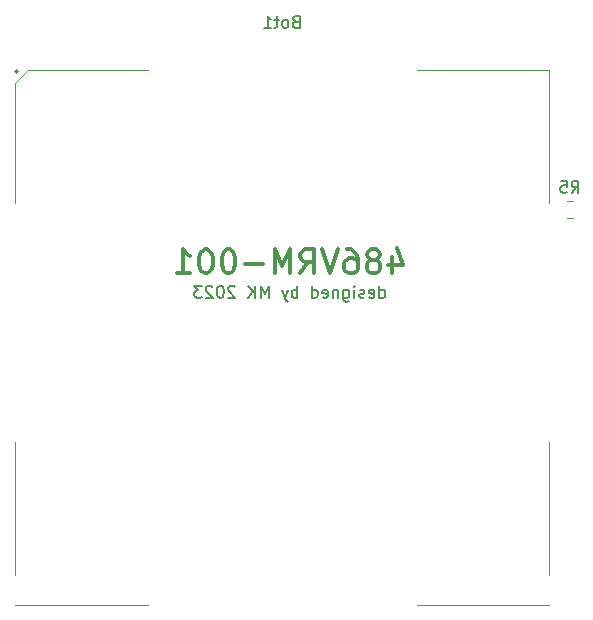
<source format=gbr>
G04 #@! TF.GenerationSoftware,KiCad,Pcbnew,(5.1.5)-3*
G04 #@! TF.CreationDate,2023-10-15T16:11:26+02:00*
G04 #@! TF.ProjectId,486VRM,34383656-524d-42e6-9b69-6361645f7063,rev?*
G04 #@! TF.SameCoordinates,Original*
G04 #@! TF.FileFunction,Legend,Bot*
G04 #@! TF.FilePolarity,Positive*
%FSLAX46Y46*%
G04 Gerber Fmt 4.6, Leading zero omitted, Abs format (unit mm)*
G04 Created by KiCad (PCBNEW (5.1.5)-3) date 2023-10-15 16:11:26*
%MOMM*%
%LPD*%
G04 APERTURE LIST*
%ADD10C,0.150000*%
%ADD11C,0.300000*%
%ADD12C,0.200000*%
%ADD13C,0.120000*%
G04 APERTURE END LIST*
D10*
X187595238Y-106642380D02*
X187595238Y-105642380D01*
X187595238Y-106594761D02*
X187690476Y-106642380D01*
X187880952Y-106642380D01*
X187976190Y-106594761D01*
X188023809Y-106547142D01*
X188071428Y-106451904D01*
X188071428Y-106166190D01*
X188023809Y-106070952D01*
X187976190Y-106023333D01*
X187880952Y-105975714D01*
X187690476Y-105975714D01*
X187595238Y-106023333D01*
X186738095Y-106594761D02*
X186833333Y-106642380D01*
X187023809Y-106642380D01*
X187119047Y-106594761D01*
X187166666Y-106499523D01*
X187166666Y-106118571D01*
X187119047Y-106023333D01*
X187023809Y-105975714D01*
X186833333Y-105975714D01*
X186738095Y-106023333D01*
X186690476Y-106118571D01*
X186690476Y-106213809D01*
X187166666Y-106309047D01*
X186309523Y-106594761D02*
X186214285Y-106642380D01*
X186023809Y-106642380D01*
X185928571Y-106594761D01*
X185880952Y-106499523D01*
X185880952Y-106451904D01*
X185928571Y-106356666D01*
X186023809Y-106309047D01*
X186166666Y-106309047D01*
X186261904Y-106261428D01*
X186309523Y-106166190D01*
X186309523Y-106118571D01*
X186261904Y-106023333D01*
X186166666Y-105975714D01*
X186023809Y-105975714D01*
X185928571Y-106023333D01*
X185452380Y-106642380D02*
X185452380Y-105975714D01*
X185452380Y-105642380D02*
X185500000Y-105690000D01*
X185452380Y-105737619D01*
X185404761Y-105690000D01*
X185452380Y-105642380D01*
X185452380Y-105737619D01*
X184547619Y-105975714D02*
X184547619Y-106785238D01*
X184595238Y-106880476D01*
X184642857Y-106928095D01*
X184738095Y-106975714D01*
X184880952Y-106975714D01*
X184976190Y-106928095D01*
X184547619Y-106594761D02*
X184642857Y-106642380D01*
X184833333Y-106642380D01*
X184928571Y-106594761D01*
X184976190Y-106547142D01*
X185023809Y-106451904D01*
X185023809Y-106166190D01*
X184976190Y-106070952D01*
X184928571Y-106023333D01*
X184833333Y-105975714D01*
X184642857Y-105975714D01*
X184547619Y-106023333D01*
X184071428Y-105975714D02*
X184071428Y-106642380D01*
X184071428Y-106070952D02*
X184023809Y-106023333D01*
X183928571Y-105975714D01*
X183785714Y-105975714D01*
X183690476Y-106023333D01*
X183642857Y-106118571D01*
X183642857Y-106642380D01*
X182785714Y-106594761D02*
X182880952Y-106642380D01*
X183071428Y-106642380D01*
X183166666Y-106594761D01*
X183214285Y-106499523D01*
X183214285Y-106118571D01*
X183166666Y-106023333D01*
X183071428Y-105975714D01*
X182880952Y-105975714D01*
X182785714Y-106023333D01*
X182738095Y-106118571D01*
X182738095Y-106213809D01*
X183214285Y-106309047D01*
X181880952Y-106642380D02*
X181880952Y-105642380D01*
X181880952Y-106594761D02*
X181976190Y-106642380D01*
X182166666Y-106642380D01*
X182261904Y-106594761D01*
X182309523Y-106547142D01*
X182357142Y-106451904D01*
X182357142Y-106166190D01*
X182309523Y-106070952D01*
X182261904Y-106023333D01*
X182166666Y-105975714D01*
X181976190Y-105975714D01*
X181880952Y-106023333D01*
X180642857Y-106642380D02*
X180642857Y-105642380D01*
X180642857Y-106023333D02*
X180547619Y-105975714D01*
X180357142Y-105975714D01*
X180261904Y-106023333D01*
X180214285Y-106070952D01*
X180166666Y-106166190D01*
X180166666Y-106451904D01*
X180214285Y-106547142D01*
X180261904Y-106594761D01*
X180357142Y-106642380D01*
X180547619Y-106642380D01*
X180642857Y-106594761D01*
X179833333Y-105975714D02*
X179595238Y-106642380D01*
X179357142Y-105975714D02*
X179595238Y-106642380D01*
X179690476Y-106880476D01*
X179738095Y-106928095D01*
X179833333Y-106975714D01*
X178214285Y-106642380D02*
X178214285Y-105642380D01*
X177880952Y-106356666D01*
X177547619Y-105642380D01*
X177547619Y-106642380D01*
X177071428Y-106642380D02*
X177071428Y-105642380D01*
X176500000Y-106642380D02*
X176928571Y-106070952D01*
X176500000Y-105642380D02*
X177071428Y-106213809D01*
X175357142Y-105737619D02*
X175309523Y-105690000D01*
X175214285Y-105642380D01*
X174976190Y-105642380D01*
X174880952Y-105690000D01*
X174833333Y-105737619D01*
X174785714Y-105832857D01*
X174785714Y-105928095D01*
X174833333Y-106070952D01*
X175404761Y-106642380D01*
X174785714Y-106642380D01*
X174166666Y-105642380D02*
X174071428Y-105642380D01*
X173976190Y-105690000D01*
X173928571Y-105737619D01*
X173880952Y-105832857D01*
X173833333Y-106023333D01*
X173833333Y-106261428D01*
X173880952Y-106451904D01*
X173928571Y-106547142D01*
X173976190Y-106594761D01*
X174071428Y-106642380D01*
X174166666Y-106642380D01*
X174261904Y-106594761D01*
X174309523Y-106547142D01*
X174357142Y-106451904D01*
X174404761Y-106261428D01*
X174404761Y-106023333D01*
X174357142Y-105832857D01*
X174309523Y-105737619D01*
X174261904Y-105690000D01*
X174166666Y-105642380D01*
X173452380Y-105737619D02*
X173404761Y-105690000D01*
X173309523Y-105642380D01*
X173071428Y-105642380D01*
X172976190Y-105690000D01*
X172928571Y-105737619D01*
X172880952Y-105832857D01*
X172880952Y-105928095D01*
X172928571Y-106070952D01*
X173500000Y-106642380D01*
X172880952Y-106642380D01*
X172547619Y-105642380D02*
X171928571Y-105642380D01*
X172261904Y-106023333D01*
X172119047Y-106023333D01*
X172023809Y-106070952D01*
X171976190Y-106118571D01*
X171928571Y-106213809D01*
X171928571Y-106451904D01*
X171976190Y-106547142D01*
X172023809Y-106594761D01*
X172119047Y-106642380D01*
X172404761Y-106642380D01*
X172500000Y-106594761D01*
X172547619Y-106547142D01*
D11*
X188619047Y-103221428D02*
X188619047Y-104554761D01*
X189095238Y-102459523D02*
X189571428Y-103888095D01*
X188333333Y-103888095D01*
X187285714Y-103411904D02*
X187476190Y-103316666D01*
X187571428Y-103221428D01*
X187666666Y-103030952D01*
X187666666Y-102935714D01*
X187571428Y-102745238D01*
X187476190Y-102650000D01*
X187285714Y-102554761D01*
X186904761Y-102554761D01*
X186714285Y-102650000D01*
X186619047Y-102745238D01*
X186523809Y-102935714D01*
X186523809Y-103030952D01*
X186619047Y-103221428D01*
X186714285Y-103316666D01*
X186904761Y-103411904D01*
X187285714Y-103411904D01*
X187476190Y-103507142D01*
X187571428Y-103602380D01*
X187666666Y-103792857D01*
X187666666Y-104173809D01*
X187571428Y-104364285D01*
X187476190Y-104459523D01*
X187285714Y-104554761D01*
X186904761Y-104554761D01*
X186714285Y-104459523D01*
X186619047Y-104364285D01*
X186523809Y-104173809D01*
X186523809Y-103792857D01*
X186619047Y-103602380D01*
X186714285Y-103507142D01*
X186904761Y-103411904D01*
X184809523Y-102554761D02*
X185190476Y-102554761D01*
X185380952Y-102650000D01*
X185476190Y-102745238D01*
X185666666Y-103030952D01*
X185761904Y-103411904D01*
X185761904Y-104173809D01*
X185666666Y-104364285D01*
X185571428Y-104459523D01*
X185380952Y-104554761D01*
X185000000Y-104554761D01*
X184809523Y-104459523D01*
X184714285Y-104364285D01*
X184619047Y-104173809D01*
X184619047Y-103697619D01*
X184714285Y-103507142D01*
X184809523Y-103411904D01*
X185000000Y-103316666D01*
X185380952Y-103316666D01*
X185571428Y-103411904D01*
X185666666Y-103507142D01*
X185761904Y-103697619D01*
X184047619Y-102554761D02*
X183380952Y-104554761D01*
X182714285Y-102554761D01*
X180904761Y-104554761D02*
X181571428Y-103602380D01*
X182047619Y-104554761D02*
X182047619Y-102554761D01*
X181285714Y-102554761D01*
X181095238Y-102650000D01*
X181000000Y-102745238D01*
X180904761Y-102935714D01*
X180904761Y-103221428D01*
X181000000Y-103411904D01*
X181095238Y-103507142D01*
X181285714Y-103602380D01*
X182047619Y-103602380D01*
X180047619Y-104554761D02*
X180047619Y-102554761D01*
X179380952Y-103983333D01*
X178714285Y-102554761D01*
X178714285Y-104554761D01*
X177761904Y-103792857D02*
X176238095Y-103792857D01*
X174904761Y-102554761D02*
X174714285Y-102554761D01*
X174523809Y-102650000D01*
X174428571Y-102745238D01*
X174333333Y-102935714D01*
X174238095Y-103316666D01*
X174238095Y-103792857D01*
X174333333Y-104173809D01*
X174428571Y-104364285D01*
X174523809Y-104459523D01*
X174714285Y-104554761D01*
X174904761Y-104554761D01*
X175095238Y-104459523D01*
X175190476Y-104364285D01*
X175285714Y-104173809D01*
X175380952Y-103792857D01*
X175380952Y-103316666D01*
X175285714Y-102935714D01*
X175190476Y-102745238D01*
X175095238Y-102650000D01*
X174904761Y-102554761D01*
X173000000Y-102554761D02*
X172809523Y-102554761D01*
X172619047Y-102650000D01*
X172523809Y-102745238D01*
X172428571Y-102935714D01*
X172333333Y-103316666D01*
X172333333Y-103792857D01*
X172428571Y-104173809D01*
X172523809Y-104364285D01*
X172619047Y-104459523D01*
X172809523Y-104554761D01*
X173000000Y-104554761D01*
X173190476Y-104459523D01*
X173285714Y-104364285D01*
X173380952Y-104173809D01*
X173476190Y-103792857D01*
X173476190Y-103316666D01*
X173380952Y-102935714D01*
X173285714Y-102745238D01*
X173190476Y-102650000D01*
X173000000Y-102554761D01*
X170428571Y-104554761D02*
X171571428Y-104554761D01*
X171000000Y-104554761D02*
X171000000Y-102554761D01*
X171190476Y-102840476D01*
X171380952Y-103030952D01*
X171571428Y-103126190D01*
D12*
X156965000Y-87500000D02*
G75*
G03X156965000Y-87500000I-100000J0D01*
G01*
D13*
X156745000Y-88500000D02*
X156745000Y-98630000D01*
X157865000Y-87380000D02*
X156745000Y-88500000D01*
X167995000Y-87380000D02*
X157865000Y-87380000D01*
X156745000Y-130080000D02*
X156745000Y-118830000D01*
X167995000Y-132620000D02*
X156745000Y-132620000D01*
X201985000Y-87380000D02*
X201985000Y-98630000D01*
X190735000Y-87380000D02*
X201985000Y-87380000D01*
X201985000Y-130080000D02*
X201985000Y-118830000D01*
X190735000Y-132620000D02*
X201985000Y-132620000D01*
X201985000Y-87380000D02*
X201985000Y-98630000D01*
X190735000Y-87380000D02*
X201985000Y-87380000D01*
X201985000Y-87380000D02*
X201985000Y-98630000D01*
X190735000Y-87380000D02*
X201985000Y-87380000D01*
X203959078Y-99915000D02*
X203441922Y-99915000D01*
X203959078Y-98495000D02*
X203441922Y-98495000D01*
D10*
X180507857Y-83258571D02*
X180365000Y-83306190D01*
X180317380Y-83353809D01*
X180269761Y-83449047D01*
X180269761Y-83591904D01*
X180317380Y-83687142D01*
X180365000Y-83734761D01*
X180460238Y-83782380D01*
X180841190Y-83782380D01*
X180841190Y-82782380D01*
X180507857Y-82782380D01*
X180412619Y-82830000D01*
X180365000Y-82877619D01*
X180317380Y-82972857D01*
X180317380Y-83068095D01*
X180365000Y-83163333D01*
X180412619Y-83210952D01*
X180507857Y-83258571D01*
X180841190Y-83258571D01*
X179698333Y-83782380D02*
X179793571Y-83734761D01*
X179841190Y-83687142D01*
X179888809Y-83591904D01*
X179888809Y-83306190D01*
X179841190Y-83210952D01*
X179793571Y-83163333D01*
X179698333Y-83115714D01*
X179555476Y-83115714D01*
X179460238Y-83163333D01*
X179412619Y-83210952D01*
X179365000Y-83306190D01*
X179365000Y-83591904D01*
X179412619Y-83687142D01*
X179460238Y-83734761D01*
X179555476Y-83782380D01*
X179698333Y-83782380D01*
X179079285Y-83115714D02*
X178698333Y-83115714D01*
X178936428Y-82782380D02*
X178936428Y-83639523D01*
X178888809Y-83734761D01*
X178793571Y-83782380D01*
X178698333Y-83782380D01*
X177841190Y-83782380D02*
X178412619Y-83782380D01*
X178126904Y-83782380D02*
X178126904Y-82782380D01*
X178222142Y-82925238D01*
X178317380Y-83020476D01*
X178412619Y-83068095D01*
X203867166Y-97752380D02*
X204200500Y-97276190D01*
X204438595Y-97752380D02*
X204438595Y-96752380D01*
X204057642Y-96752380D01*
X203962404Y-96800000D01*
X203914785Y-96847619D01*
X203867166Y-96942857D01*
X203867166Y-97085714D01*
X203914785Y-97180952D01*
X203962404Y-97228571D01*
X204057642Y-97276190D01*
X204438595Y-97276190D01*
X202962404Y-96752380D02*
X203438595Y-96752380D01*
X203486214Y-97228571D01*
X203438595Y-97180952D01*
X203343357Y-97133333D01*
X203105261Y-97133333D01*
X203010023Y-97180952D01*
X202962404Y-97228571D01*
X202914785Y-97323809D01*
X202914785Y-97561904D01*
X202962404Y-97657142D01*
X203010023Y-97704761D01*
X203105261Y-97752380D01*
X203343357Y-97752380D01*
X203438595Y-97704761D01*
X203486214Y-97657142D01*
M02*

</source>
